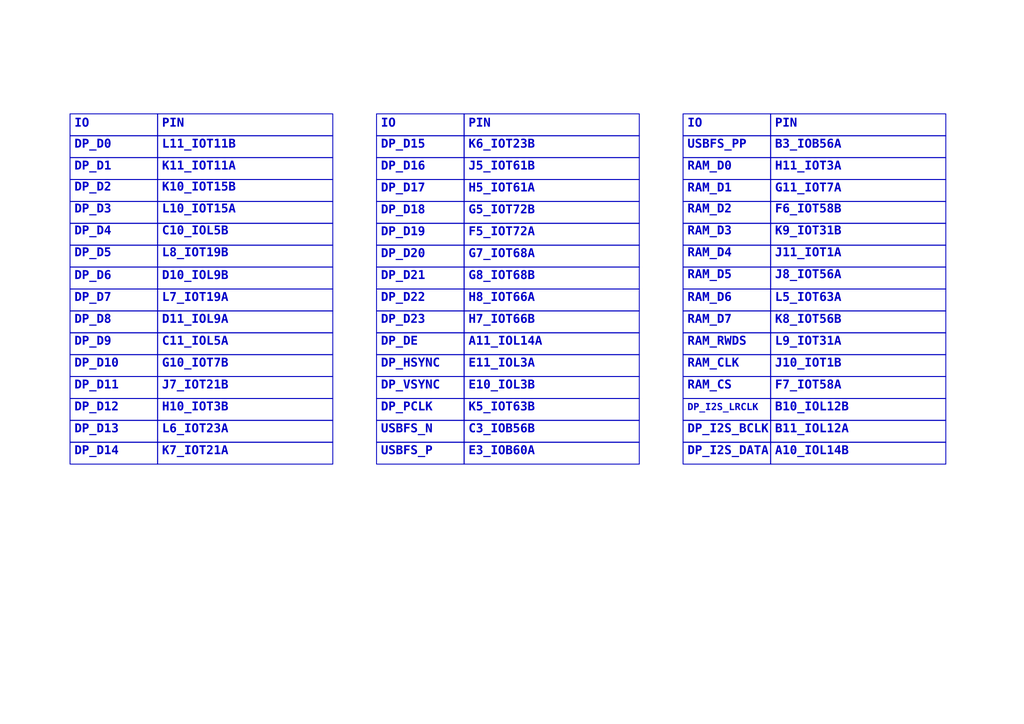
<source format=kicad_sch>
(kicad_sch
	(version 20250114)
	(generator "eeschema")
	(generator_version "9.0")
	(uuid "726e9e69-8303-4e09-9793-6179b04336f6")
	(paper "A4")
	(lib_symbols)
	(rectangle
		(start 20.32 77.47)
		(end 45.72 83.82)
		(stroke
			(width 0.254)
			(type default)
		)
		(fill
			(type none)
		)
		(uuid 08a29c31-3bbb-489e-8697-2be7403f35e3)
	)
	(rectangle
		(start 198.12 109.22)
		(end 223.52 115.57)
		(stroke
			(width 0.254)
			(type default)
		)
		(fill
			(type none)
		)
		(uuid 0a15c2bc-dede-465b-9eb9-96af1edb25b3)
	)
	(rectangle
		(start 109.22 52.07)
		(end 134.62 58.42)
		(stroke
			(width 0.254)
			(type default)
		)
		(fill
			(type none)
		)
		(uuid 0bc155e4-e17a-47f3-8fa5-ddc8bad00208)
	)
	(rectangle
		(start 198.12 90.17)
		(end 223.52 96.52)
		(stroke
			(width 0.254)
			(type default)
		)
		(fill
			(type none)
		)
		(uuid 0d3d9011-1f72-4435-813b-fb177d0eb442)
	)
	(rectangle
		(start 134.62 128.27)
		(end 185.42 134.62)
		(stroke
			(width 0.254)
			(type default)
		)
		(fill
			(type none)
		)
		(uuid 0d57f41c-0e04-47e1-89f4-e65349c08b7c)
	)
	(rectangle
		(start 198.12 102.87)
		(end 223.52 109.22)
		(stroke
			(width 0.254)
			(type default)
		)
		(fill
			(type none)
		)
		(uuid 11b09cb0-025d-4bc0-840e-6292ccbf37da)
	)
	(rectangle
		(start 223.52 52.07)
		(end 274.32 58.42)
		(stroke
			(width 0.254)
			(type default)
		)
		(fill
			(type none)
		)
		(uuid 151f9f8b-a846-4296-9513-dd2447ccaf4f)
	)
	(rectangle
		(start 198.12 64.77)
		(end 223.52 71.12)
		(stroke
			(width 0.254)
			(type default)
		)
		(fill
			(type none)
		)
		(uuid 1522ef9c-98ba-4b7c-a96a-061637fdef0a)
	)
	(rectangle
		(start 223.52 39.37)
		(end 274.32 45.72)
		(stroke
			(width 0.254)
			(type default)
		)
		(fill
			(type none)
		)
		(uuid 1638b9cc-86ef-4d8b-ae33-cac378de8c50)
	)
	(rectangle
		(start 109.22 115.57)
		(end 134.62 121.92)
		(stroke
			(width 0.254)
			(type default)
		)
		(fill
			(type none)
		)
		(uuid 1a286945-c719-4313-b2da-5c83a1e064ec)
	)
	(rectangle
		(start 198.12 115.57)
		(end 223.52 121.92)
		(stroke
			(width 0.254)
			(type default)
		)
		(fill
			(type none)
		)
		(uuid 1ad544e6-281c-4a0e-af07-08535154da2b)
	)
	(rectangle
		(start 109.22 128.27)
		(end 134.62 134.62)
		(stroke
			(width 0.254)
			(type default)
		)
		(fill
			(type none)
		)
		(uuid 1d31f49e-c257-44f4-a399-f69411e64e15)
	)
	(rectangle
		(start 20.32 115.57)
		(end 45.72 121.92)
		(stroke
			(width 0.254)
			(type default)
		)
		(fill
			(type none)
		)
		(uuid 1f54b4b5-1272-4179-b354-777d8f54accf)
	)
	(rectangle
		(start 223.52 33.02)
		(end 274.32 39.37)
		(stroke
			(width 0.254)
			(type default)
		)
		(fill
			(type none)
		)
		(uuid 28ca3619-a4f2-4990-9b0d-f5abc701e932)
	)
	(rectangle
		(start 20.32 96.52)
		(end 45.72 102.87)
		(stroke
			(width 0.254)
			(type default)
		)
		(fill
			(type none)
		)
		(uuid 2d8d6298-577e-4cbb-9d93-3f9f0a7ace9e)
	)
	(rectangle
		(start 20.32 45.72)
		(end 45.72 52.07)
		(stroke
			(width 0.254)
			(type default)
		)
		(fill
			(type none)
		)
		(uuid 31d45ca9-6516-4442-bc5a-c67e607bd18f)
	)
	(rectangle
		(start 223.52 71.12)
		(end 274.32 77.47)
		(stroke
			(width 0.254)
			(type default)
		)
		(fill
			(type none)
		)
		(uuid 33e43c15-fe07-4879-901f-fa9190612b8f)
	)
	(rectangle
		(start 223.52 128.27)
		(end 274.32 134.62)
		(stroke
			(width 0.254)
			(type default)
		)
		(fill
			(type none)
		)
		(uuid 3704d439-526b-49fd-a3e0-9725aab7fc3c)
	)
	(rectangle
		(start 109.22 64.77)
		(end 134.62 71.12)
		(stroke
			(width 0.254)
			(type default)
		)
		(fill
			(type none)
		)
		(uuid 3f2b7f9c-dcac-4c23-a843-ec40cfb5d0bd)
	)
	(rectangle
		(start 198.12 45.72)
		(end 223.52 52.07)
		(stroke
			(width 0.254)
			(type default)
		)
		(fill
			(type none)
		)
		(uuid 40c1111f-c682-45b1-a2ae-a14836d4a1fc)
	)
	(rectangle
		(start 134.62 83.82)
		(end 185.42 90.17)
		(stroke
			(width 0.254)
			(type default)
		)
		(fill
			(type none)
		)
		(uuid 418371d2-1cd0-4e8a-a344-1dc79c860d96)
	)
	(rectangle
		(start 109.22 45.72)
		(end 134.62 52.07)
		(stroke
			(width 0.254)
			(type default)
		)
		(fill
			(type none)
		)
		(uuid 437a46e3-d457-49e2-850c-9601a7f71518)
	)
	(rectangle
		(start 20.32 102.87)
		(end 45.72 109.22)
		(stroke
			(width 0.254)
			(type default)
		)
		(fill
			(type none)
		)
		(uuid 47cc7842-c06b-48dd-b72b-a626d477f9c6)
	)
	(rectangle
		(start 20.32 58.42)
		(end 45.72 64.77)
		(stroke
			(width 0.254)
			(type default)
		)
		(fill
			(type none)
		)
		(uuid 491180cf-9066-4aab-8ef2-153a734ddc60)
	)
	(rectangle
		(start 223.52 83.82)
		(end 274.32 90.17)
		(stroke
			(width 0.254)
			(type default)
		)
		(fill
			(type none)
		)
		(uuid 4a1036a3-15cd-46ba-8862-2234a4a20551)
	)
	(rectangle
		(start 198.12 83.82)
		(end 223.52 90.17)
		(stroke
			(width 0.254)
			(type default)
		)
		(fill
			(type none)
		)
		(uuid 4aef1877-9921-4446-a49a-a040c69b51e4)
	)
	(rectangle
		(start 45.72 64.77)
		(end 96.52 71.12)
		(stroke
			(width 0.254)
			(type default)
		)
		(fill
			(type none)
		)
		(uuid 4ecafdba-4726-43e3-894d-2bf7f5981927)
	)
	(rectangle
		(start 134.62 71.12)
		(end 185.42 77.47)
		(stroke
			(width 0.254)
			(type default)
		)
		(fill
			(type none)
		)
		(uuid 4f7245e1-a6bb-4cf0-9673-ffbf6c7acdc2)
	)
	(rectangle
		(start 223.52 115.57)
		(end 274.32 121.92)
		(stroke
			(width 0.254)
			(type default)
		)
		(fill
			(type none)
		)
		(uuid 52492d8e-311f-4f14-95bf-b5b174a09b74)
	)
	(rectangle
		(start 109.22 83.82)
		(end 134.62 90.17)
		(stroke
			(width 0.254)
			(type default)
		)
		(fill
			(type none)
		)
		(uuid 5980a141-c194-46f7-bbad-94e3f802bf0b)
	)
	(rectangle
		(start 134.62 115.57)
		(end 185.42 121.92)
		(stroke
			(width 0.254)
			(type default)
		)
		(fill
			(type none)
		)
		(uuid 5b33561d-bb76-4fcf-95f2-ea971b98bb96)
	)
	(rectangle
		(start 198.12 77.47)
		(end 223.52 83.82)
		(stroke
			(width 0.254)
			(type default)
		)
		(fill
			(type none)
		)
		(uuid 5c38886b-fde7-4050-b2f8-bf2c66eef1f4)
	)
	(rectangle
		(start 45.72 52.07)
		(end 96.52 58.42)
		(stroke
			(width 0.254)
			(type default)
		)
		(fill
			(type none)
		)
		(uuid 5cfc01ba-011f-41e5-bad7-dee5fed1786d)
	)
	(rectangle
		(start 223.52 96.52)
		(end 274.32 102.87)
		(stroke
			(width 0.254)
			(type default)
		)
		(fill
			(type none)
		)
		(uuid 66145700-56e7-47df-a874-a2eac808bdc5)
	)
	(rectangle
		(start 134.62 39.37)
		(end 185.42 45.72)
		(stroke
			(width 0.254)
			(type default)
		)
		(fill
			(type none)
		)
		(uuid 6a0bd649-7511-4a80-bb45-898b90a7edc4)
	)
	(rectangle
		(start 134.62 52.07)
		(end 185.42 58.42)
		(stroke
			(width 0.254)
			(type default)
		)
		(fill
			(type none)
		)
		(uuid 6e4aa7ea-66d3-4de6-81d5-715277230713)
	)
	(rectangle
		(start 20.32 109.22)
		(end 45.72 115.57)
		(stroke
			(width 0.254)
			(type default)
		)
		(fill
			(type none)
		)
		(uuid 72ad7d9b-b10b-4fa5-b2b2-6860cc6739ff)
	)
	(rectangle
		(start 45.72 58.42)
		(end 96.52 64.77)
		(stroke
			(width 0.254)
			(type default)
		)
		(fill
			(type none)
		)
		(uuid 73d7d4f8-70f6-46b6-9a85-c36f42829a63)
	)
	(rectangle
		(start 223.52 109.22)
		(end 274.32 115.57)
		(stroke
			(width 0.254)
			(type default)
		)
		(fill
			(type none)
		)
		(uuid 7747535b-3db7-4d89-ac8d-dde516d1551d)
	)
	(rectangle
		(start 134.62 58.42)
		(end 185.42 64.77)
		(stroke
			(width 0.254)
			(type default)
		)
		(fill
			(type none)
		)
		(uuid 7a4245f3-260c-4cab-8d0f-3761d7f9dc16)
	)
	(rectangle
		(start 223.52 77.47)
		(end 274.32 83.82)
		(stroke
			(width 0.254)
			(type default)
		)
		(fill
			(type none)
		)
		(uuid 7aa2fedf-341d-4901-a67a-4bfaef64230d)
	)
	(rectangle
		(start 20.32 64.77)
		(end 45.72 71.12)
		(stroke
			(width 0.254)
			(type default)
		)
		(fill
			(type none)
		)
		(uuid 7b5305ed-d0f8-48a0-a693-a46583f47704)
	)
	(rectangle
		(start 109.22 109.22)
		(end 134.62 115.57)
		(stroke
			(width 0.254)
			(type default)
		)
		(fill
			(type none)
		)
		(uuid 80c819ab-8628-473d-b1cc-04d231f0c71b)
	)
	(rectangle
		(start 198.12 71.12)
		(end 223.52 77.47)
		(stroke
			(width 0.254)
			(type default)
		)
		(fill
			(type none)
		)
		(uuid 84ebeebe-3db7-46ca-855d-0b1bbf327b26)
	)
	(rectangle
		(start 20.32 71.12)
		(end 45.72 77.47)
		(stroke
			(width 0.254)
			(type default)
		)
		(fill
			(type none)
		)
		(uuid 86f1358b-cf94-4916-adfe-e6b1d646cea8)
	)
	(rectangle
		(start 20.32 128.27)
		(end 45.72 134.62)
		(stroke
			(width 0.254)
			(type default)
		)
		(fill
			(type none)
		)
		(uuid 89f53f77-a7e7-4e49-b682-ce5e8e38d1db)
	)
	(rectangle
		(start 20.32 33.02)
		(end 45.72 39.37)
		(stroke
			(width 0.254)
			(type default)
		)
		(fill
			(type none)
		)
		(uuid 8a955181-13bf-4e6a-a907-17b2ad80f5e2)
	)
	(rectangle
		(start 45.72 33.02)
		(end 96.52 39.37)
		(stroke
			(width 0.254)
			(type default)
		)
		(fill
			(type none)
		)
		(uuid 958fd669-6232-4cc9-9240-6b048f3d4ca0)
	)
	(rectangle
		(start 223.52 121.92)
		(end 274.32 128.27)
		(stroke
			(width 0.254)
			(type default)
		)
		(fill
			(type none)
		)
		(uuid 9678a3e3-b38e-4f81-8eb4-b3e0d9005ea7)
	)
	(rectangle
		(start 109.22 39.37)
		(end 134.62 45.72)
		(stroke
			(width 0.254)
			(type default)
		)
		(fill
			(type none)
		)
		(uuid 9724a54f-03fe-4b73-bfad-0cd61c5a6021)
	)
	(rectangle
		(start 134.62 33.02)
		(end 185.42 39.37)
		(stroke
			(width 0.254)
			(type default)
		)
		(fill
			(type none)
		)
		(uuid 9bf173aa-9e9a-49f8-a5b2-c9ae21643348)
	)
	(rectangle
		(start 20.32 121.92)
		(end 45.72 128.27)
		(stroke
			(width 0.254)
			(type default)
		)
		(fill
			(type none)
		)
		(uuid 9cef45cb-c93e-4ac8-a633-84f6b4881d02)
	)
	(rectangle
		(start 134.62 102.87)
		(end 185.42 109.22)
		(stroke
			(width 0.254)
			(type default)
		)
		(fill
			(type none)
		)
		(uuid 9ed79d16-e3c5-46af-b0cc-b8364850d5fa)
	)
	(rectangle
		(start 20.32 52.07)
		(end 45.72 58.42)
		(stroke
			(width 0.254)
			(type default)
		)
		(fill
			(type none)
		)
		(uuid a1bcccc0-915c-43dc-a123-b8d0417ad81a)
	)
	(rectangle
		(start 20.32 83.82)
		(end 45.72 90.17)
		(stroke
			(width 0.254)
			(type default)
		)
		(fill
			(type none)
		)
		(uuid a30bba7f-7377-4614-a475-ad30ea2edf80)
	)
	(rectangle
		(start 45.72 96.52)
		(end 96.52 102.87)
		(stroke
			(width 0.254)
			(type default)
		)
		(fill
			(type none)
		)
		(uuid a6109cd6-4f73-4992-8860-354af3625298)
	)
	(rectangle
		(start 45.72 102.87)
		(end 96.52 109.22)
		(stroke
			(width 0.254)
			(type default)
		)
		(fill
			(type none)
		)
		(uuid a6c2911e-0267-4c02-a09a-af9be468b8cf)
	)
	(rectangle
		(start 109.22 96.52)
		(end 134.62 102.87)
		(stroke
			(width 0.254)
			(type default)
		)
		(fill
			(type none)
		)
		(uuid a7564b25-27cf-426c-9125-1453815b49f1)
	)
	(rectangle
		(start 198.12 128.27)
		(end 223.52 134.62)
		(stroke
			(width 0.254)
			(type default)
		)
		(fill
			(type none)
		)
		(uuid aac6fcc9-b3d0-4257-bfea-1eea06dc4f23)
	)
	(rectangle
		(start 223.52 90.17)
		(end 274.32 96.52)
		(stroke
			(width 0.254)
			(type default)
		)
		(fill
			(type none)
		)
		(uuid b6461e48-ebcd-4a0c-ac59-dcfcdd49cc2e)
	)
	(rectangle
		(start 20.32 90.17)
		(end 45.72 96.52)
		(stroke
			(width 0.254)
			(type default)
		)
		(fill
			(type none)
		)
		(uuid b7a35a37-0069-42c0-b738-718064e01b36)
	)
	(rectangle
		(start 134.62 64.77)
		(end 185.42 71.12)
		(stroke
			(width 0.254)
			(type default)
		)
		(fill
			(type none)
		)
		(uuid b82b3a0d-ad51-4a24-80da-627cfd84f756)
	)
	(rectangle
		(start 134.62 109.22)
		(end 185.42 115.57)
		(stroke
			(width 0.254)
			(type default)
		)
		(fill
			(type none)
		)
		(uuid ba45efab-def9-49cb-80a0-480c68c29f0c)
	)
	(rectangle
		(start 45.72 71.12)
		(end 96.52 77.47)
		(stroke
			(width 0.254)
			(type default)
		)
		(fill
			(type none)
		)
		(uuid bc17a9ac-8896-4785-8771-b3305dd0d2e5)
	)
	(rectangle
		(start 45.72 39.37)
		(end 96.52 45.72)
		(stroke
			(width 0.254)
			(type default)
		)
		(fill
			(type none)
		)
		(uuid c0e3a346-e8a2-4e8a-ad06-bf758daa500e)
	)
	(rectangle
		(start 109.22 71.12)
		(end 134.62 77.47)
		(stroke
			(width 0.254)
			(type default)
		)
		(fill
			(type none)
		)
		(uuid c2a027ab-1417-4ba3-95e2-2832b4c479c2)
	)
	(rectangle
		(start 45.72 45.72)
		(end 96.52 52.07)
		(stroke
			(width 0.254)
			(type default)
		)
		(fill
			(type none)
		)
		(uuid c3b802b7-fda7-44b6-9f29-64f76abf4430)
	)
	(rectangle
		(start 109.22 90.17)
		(end 134.62 96.52)
		(stroke
			(width 0.254)
			(type default)
		)
		(fill
			(type none)
		)
		(uuid c6357ece-0e8c-4c73-b71d-cb6b817096d6)
	)
	(rectangle
		(start 109.22 121.92)
		(end 134.62 128.27)
		(stroke
			(width 0.254)
			(type default)
		)
		(fill
			(type none)
		)
		(uuid c6775d96-d840-4d4f-9b43-a3f5722702e9)
	)
	(rectangle
		(start 20.32 39.37)
		(end 45.72 45.72)
		(stroke
			(width 0.254)
			(type default)
		)
		(fill
			(type none)
		)
		(uuid c74c4fb5-4326-45a0-9bce-4e9f94bee1b6)
	)
	(rectangle
		(start 134.62 77.47)
		(end 185.42 83.82)
		(stroke
			(width 0.254)
			(type default)
		)
		(fill
			(type none)
		)
		(uuid c938c33d-9b52-4f7d-ac94-803c02186563)
	)
	(rectangle
		(start 134.62 90.17)
		(end 185.42 96.52)
		(stroke
			(width 0.254)
			(type default)
		)
		(fill
			(type none)
		)
		(uuid cb445023-2190-4832-a4c3-38f737060b21)
	)
	(rectangle
		(start 45.72 109.22)
		(end 96.52 115.57)
		(stroke
			(width 0.254)
			(type default)
		)
		(fill
			(type none)
		)
		(uuid cd39b9cb-f4af-462e-a7e8-86610f5d3e3e)
	)
	(rectangle
		(start 134.62 45.72)
		(end 185.42 52.07)
		(stroke
			(width 0.254)
			(type default)
		)
		(fill
			(type none)
		)
		(uuid cf1bd372-2d02-45ce-9b90-eaa195bd5125)
	)
	(rectangle
		(start 198.12 33.02)
		(end 223.52 39.37)
		(stroke
			(width 0.254)
			(type default)
		)
		(fill
			(type none)
		)
		(uuid cf7f97d9-eeaf-4a83-938e-9a693c65185d)
	)
	(rectangle
		(start 223.52 58.42)
		(end 274.32 64.77)
		(stroke
			(width 0.254)
			(type default)
		)
		(fill
			(type none)
		)
		(uuid d2ccae61-8ebb-4b68-950a-59402f743f2a)
	)
	(rectangle
		(start 45.72 121.92)
		(end 96.52 128.27)
		(stroke
			(width 0.254)
			(type default)
		)
		(fill
			(type none)
		)
		(uuid d76087fb-5615-4552-8a9a-42035170759f)
	)
	(rectangle
		(start 109.22 77.47)
		(end 134.62 83.82)
		(stroke
			(width 0.254)
			(type default)
		)
		(fill
			(type none)
		)
		(uuid ddab6eff-190a-4575-b148-6af77fb859dd)
	)
	(rectangle
		(start 109.22 102.87)
		(end 134.62 109.22)
		(stroke
			(width 0.254)
			(type default)
		)
		(fill
			(type none)
		)
		(uuid dddb2692-6cad-43ef-a507-98da93954072)
	)
	(rectangle
		(start 45.72 115.57)
		(end 96.52 121.92)
		(stroke
			(width 0.254)
			(type default)
		)
		(fill
			(type none)
		)
		(uuid de4292f5-607e-49c1-8f96-1be95eecbbee)
	)
	(rectangle
		(start 134.62 96.52)
		(end 185.42 102.87)
		(stroke
			(width 0.254)
			(type default)
		)
		(fill
			(type none)
		)
		(uuid e2693ead-b3cb-43b1-8eef-40414d30d8a9)
	)
	(rectangle
		(start 198.12 52.07)
		(end 223.52 58.42)
		(stroke
			(width 0.254)
			(type default)
		)
		(fill
			(type none)
		)
		(uuid e27212af-8cbf-4ab5-84fa-7ec6cf336f49)
	)
	(rectangle
		(start 198.12 121.92)
		(end 223.52 128.27)
		(stroke
			(width 0.254)
			(type default)
		)
		(fill
			(type none)
		)
		(uuid e369358e-b3b6-4a83-9fac-0e593a37a561)
	)
	(rectangle
		(start 45.72 77.47)
		(end 96.52 83.82)
		(stroke
			(width 0.254)
			(type default)
		)
		(fill
			(type none)
		)
		(uuid e8087059-8d15-4871-9b10-baa6351cd053)
	)
	(rectangle
		(start 198.12 58.42)
		(end 223.52 64.77)
		(stroke
			(width 0.254)
			(type default)
		)
		(fill
			(type none)
		)
		(uuid ea26a63a-aaf7-4610-b637-ccad8d17f2c4)
	)
	(rectangle
		(start 134.62 121.92)
		(end 185.42 128.27)
		(stroke
			(width 0.254)
			(type default)
		)
		(fill
			(type none)
		)
		(uuid eea39f61-58ae-4b76-9722-767763e10a0c)
	)
	(rectangle
		(start 198.12 96.52)
		(end 223.52 102.87)
		(stroke
			(width 0.254)
			(type default)
		)
		(fill
			(type none)
		)
		(uuid ef109d67-bb8c-4309-ac08-0e0df300a09b)
	)
	(rectangle
		(start 109.22 33.02)
		(end 134.62 39.37)
		(stroke
			(width 0.254)
			(type default)
		)
		(fill
			(type none)
		)
		(uuid efa1df8c-0a76-42b5-bff7-37ed280340c1)
	)
	(rectangle
		(start 45.72 90.17)
		(end 96.52 96.52)
		(stroke
			(width 0.254)
			(type default)
		)
		(fill
			(type none)
		)
		(uuid efd5f7b5-9879-4dea-9f2a-32254f27b272)
	)
	(rectangle
		(start 223.52 64.77)
		(end 274.32 71.12)
		(stroke
			(width 0.254)
			(type default)
		)
		(fill
			(type none)
		)
		(uuid f255f939-7b7b-4bab-9cd6-4aa8ca0d6401)
	)
	(rectangle
		(start 198.12 39.37)
		(end 223.52 45.72)
		(stroke
			(width 0.254)
			(type default)
		)
		(fill
			(type none)
		)
		(uuid f2f17e45-70f5-4d59-90a3-e04361346d19)
	)
	(rectangle
		(start 223.52 45.72)
		(end 274.32 52.07)
		(stroke
			(width 0.254)
			(type default)
		)
		(fill
			(type none)
		)
		(uuid f3d75b55-784b-49ae-81bb-bb0503fd5856)
	)
	(rectangle
		(start 45.72 83.82)
		(end 96.52 90.17)
		(stroke
			(width 0.254)
			(type default)
		)
		(fill
			(type none)
		)
		(uuid f6175657-ac84-4824-bbbc-7d7bfcefdd9d)
	)
	(rectangle
		(start 45.72 128.27)
		(end 96.52 134.62)
		(stroke
			(width 0.254)
			(type default)
		)
		(fill
			(type none)
		)
		(uuid f696004b-9fe2-4073-b91e-cf123448bb9d)
	)
	(rectangle
		(start 109.22 58.42)
		(end 134.62 64.77)
		(stroke
			(width 0.254)
			(type default)
		)
		(fill
			(type none)
		)
		(uuid fbe6b0e3-594d-4407-8488-7727c92d1f2e)
	)
	(rectangle
		(start 223.52 102.87)
		(end 274.32 109.22)
		(stroke
			(width 0.254)
			(type default)
		)
		(fill
			(type none)
		)
		(uuid fd646aab-1811-4fc5-aae1-7dfc298fecfb)
	)
	(text "L7_IOT19A"
		(exclude_from_sim no)
		(at 46.99 87.122 0)
		(effects
			(font
				(face "Courier New")
				(size 2.54 2.54)
				(thickness 0.508)
				(bold yes)
			)
			(justify left)
		)
		(uuid "01068f36-3d28-469a-8287-d54beeec95dd")
	)
	(text "USBFS_N"
		(exclude_from_sim no)
		(at 110.49 125.222 0)
		(effects
			(font
				(face "Courier New")
				(size 2.54 2.54)
				(thickness 0.508)
				(bold yes)
			)
			(justify left)
		)
		(uuid "03c8ba15-cd4f-4ec3-b732-cfe08111710a")
	)
	(text "DP_I2S_DATA"
		(exclude_from_sim no)
		(at 199.39 131.572 0)
		(effects
			(font
				(face "Courier New")
				(size 2.54 2.54)
				(thickness 0.508)
				(bold yes)
			)
			(justify left)
		)
		(uuid "0603aabe-0cd6-4a70-8a49-f618ceb1b3b5")
	)
	(text "H7_IOT66B"
		(exclude_from_sim no)
		(at 135.89 93.472 0)
		(effects
			(font
				(face "Courier New")
				(size 2.54 2.54)
				(thickness 0.508)
				(bold yes)
			)
			(justify left)
		)
		(uuid "06d3d1a7-7e64-4612-8f8d-6180dc7640b2")
	)
	(text "DP_D9"
		(exclude_from_sim no)
		(at 21.59 99.822 0)
		(effects
			(font
				(face "Courier New")
				(size 2.54 2.54)
				(thickness 0.508)
				(bold yes)
			)
			(justify left)
		)
		(uuid "07c3b0d0-a03a-4a29-b32f-6a9a40e06544")
	)
	(text "L6_IOT23A"
		(exclude_from_sim no)
		(at 46.99 125.222 0)
		(effects
			(font
				(face "Courier New")
				(size 2.54 2.54)
				(thickness 0.508)
				(bold yes)
			)
			(justify left)
		)
		(uuid "0b3f9d88-d7ab-451b-bd25-357adcc35e51")
	)
	(text "RAM_CLK"
		(exclude_from_sim no)
		(at 199.39 106.172 0)
		(effects
			(font
				(face "Courier New")
				(size 2.54 2.54)
				(thickness 0.508)
				(bold yes)
			)
			(justify left)
		)
		(uuid "0ba3642f-c4dc-43e7-bfad-bb6a1dc1182e")
	)
	(text "IO"
		(exclude_from_sim no)
		(at 110.49 36.576 0)
		(effects
			(font
				(face "Courier New")
				(size 2.54 2.54)
				(thickness 0.254)
				(bold yes)
			)
			(justify left)
		)
		(uuid "0c226fed-0bf8-4595-b046-974c8bdced43")
	)
	(text "RAM_D4"
		(exclude_from_sim no)
		(at 199.39 74.168 0)
		(effects
			(font
				(face "Courier New")
				(size 2.54 2.54)
				(thickness 0.508)
				(bold yes)
			)
			(justify left)
		)
		(uuid "11e7e6b4-d668-4737-a134-6de25ade979b")
	)
	(text "G10_IOT7B"
		(exclude_from_sim no)
		(at 46.99 106.172 0)
		(effects
			(font
				(face "Courier New")
				(size 2.54 2.54)
				(thickness 0.508)
				(bold yes)
			)
			(justify left)
		)
		(uuid "14c00265-7937-44bd-a11d-718c43666ba0")
	)
	(text "H5_IOT61A"
		(exclude_from_sim no)
		(at 135.89 55.372 0)
		(effects
			(font
				(face "Courier New")
				(size 2.54 2.54)
				(thickness 0.508)
				(bold yes)
			)
			(justify left)
		)
		(uuid "15f08184-dc2b-469c-81e1-948cb692538b")
	)
	(text "DP_D20"
		(exclude_from_sim no)
		(at 110.49 74.422 0)
		(effects
			(font
				(face "Courier New")
				(size 2.54 2.54)
				(thickness 0.508)
				(bold yes)
			)
			(justify left)
		)
		(uuid "16162c74-297e-4fc2-9819-963976f4540c")
	)
	(text "RAM_D6"
		(exclude_from_sim no)
		(at 199.39 87.122 0)
		(effects
			(font
				(face "Courier New")
				(size 2.54 2.54)
				(thickness 0.508)
				(bold yes)
			)
			(justify left)
		)
		(uuid "1859a6f9-468b-412e-b16a-3cd065e4761e")
	)
	(text "DP_D1"
		(exclude_from_sim no)
		(at 21.59 49.022 0)
		(effects
			(font
				(face "Courier New")
				(size 2.54 2.54)
				(thickness 0.508)
				(bold yes)
			)
			(justify left)
		)
		(uuid "188afcf1-722c-4bb4-b381-bec81c0c1b24")
	)
	(text "G8_IOT68B"
		(exclude_from_sim no)
		(at 135.89 80.772 0)
		(effects
			(font
				(face "Courier New")
				(size 2.54 2.54)
				(thickness 0.508)
				(bold yes)
			)
			(justify left)
		)
		(uuid "1919bf7d-9b62-4266-9d03-7d09eb99ef04")
	)
	(text "RAM_RWDS"
		(exclude_from_sim no)
		(at 199.39 99.822 0)
		(effects
			(font
				(face "Courier New")
				(size 2.54 2.54)
				(thickness 0.508)
				(bold yes)
			)
			(justify left)
		)
		(uuid "195fd287-0162-4fde-a585-11d5536acd29")
	)
	(text "DP_D18"
		(exclude_from_sim no)
		(at 110.49 61.722 0)
		(effects
			(font
				(face "Courier New")
				(size 2.54 2.54)
				(thickness 0.508)
				(bold yes)
			)
			(justify left)
		)
		(uuid "1ebd3da1-a231-4813-80da-31292756ba04")
	)
	(text "PIN"
		(exclude_from_sim no)
		(at 224.79 36.576 0)
		(effects
			(font
				(face "Courier New")
				(size 2.54 2.54)
				(thickness 0.254)
				(bold yes)
			)
			(justify left)
		)
		(uuid "231de248-b9e9-4796-8bba-7ab1a12942dc")
	)
	(text "K7_IOT21A"
		(exclude_from_sim no)
		(at 46.99 131.572 0)
		(effects
			(font
				(face "Courier New")
				(size 2.54 2.54)
				(thickness 0.508)
				(bold yes)
			)
			(justify left)
		)
		(uuid "2c1bd6a1-ec27-4965-8775-fd2289a7e98a")
	)
	(text "DP_D0"
		(exclude_from_sim no)
		(at 21.59 42.672 0)
		(effects
			(font
				(face "Courier New")
				(size 2.54 2.54)
				(thickness 0.508)
				(bold yes)
			)
			(justify left)
		)
		(uuid "2c551036-e499-422f-b904-f7a6b68673d8")
	)
	(text "DP_D6"
		(exclude_from_sim no)
		(at 21.59 80.772 0)
		(effects
			(font
				(face "Courier New")
				(size 2.54 2.54)
				(thickness 0.508)
				(bold yes)
			)
			(justify left)
		)
		(uuid "2f89f701-a20e-4d48-a846-4339784b2c05")
	)
	(text "DP_D14"
		(exclude_from_sim no)
		(at 21.59 131.572 0)
		(effects
			(font
				(face "Courier New")
				(size 2.54 2.54)
				(thickness 0.508)
				(bold yes)
			)
			(justify left)
		)
		(uuid "34a4b930-cf87-4187-b6fb-18c22af8c370")
	)
	(text "USBFS_PP"
		(exclude_from_sim no)
		(at 199.39 42.672 0)
		(effects
			(font
				(face "Courier New")
				(size 2.54 2.54)
				(thickness 0.508)
				(bold yes)
			)
			(justify left)
		)
		(uuid "358cbccf-d10f-4b4d-b704-f28c652fa277")
	)
	(text "RAM_CS"
		(exclude_from_sim no)
		(at 199.39 112.522 0)
		(effects
			(font
				(face "Courier New")
				(size 2.54 2.54)
				(thickness 0.508)
				(bold yes)
			)
			(justify left)
		)
		(uuid "42a10c2a-8052-4f6b-932e-fa51b1f1b991")
	)
	(text "H10_IOT3B"
		(exclude_from_sim no)
		(at 46.99 118.872 0)
		(effects
			(font
				(face "Courier New")
				(size 2.54 2.54)
				(thickness 0.508)
				(bold yes)
			)
			(justify left)
		)
		(uuid "43cb1dc9-5fb3-4a00-81c5-fd3d1c2f13f6")
	)
	(text "DP_D10"
		(exclude_from_sim no)
		(at 21.59 106.172 0)
		(effects
			(font
				(face "Courier New")
				(size 2.54 2.54)
				(thickness 0.508)
				(bold yes)
			)
			(justify left)
		)
		(uuid "473b334a-4d6d-424e-b022-e7e83d5954ea")
	)
	(text "B3_IOB56A"
		(exclude_from_sim no)
		(at 224.79 42.672 0)
		(effects
			(font
				(face "Courier New")
				(size 2.54 2.54)
				(thickness 0.508)
				(bold yes)
			)
			(justify left)
		)
		(uuid "4807136d-c4bd-4b1a-9b3d-321e1c41ae13")
	)
	(text "L5_IOT63A"
		(exclude_from_sim no)
		(at 224.79 87.122 0)
		(effects
			(font
				(face "Courier New")
				(size 2.54 2.54)
				(thickness 0.508)
				(bold yes)
			)
			(justify left)
		)
		(uuid "48521955-82db-435c-88fc-21bd5e2cffb4")
	)
	(text "B10_IOL12B"
		(exclude_from_sim no)
		(at 224.79 118.872 0)
		(effects
			(font
				(face "Courier New")
				(size 2.54 2.54)
				(thickness 0.508)
				(bold yes)
			)
			(justify left)
		)
		(uuid "4a70a4a2-4b03-45ea-9c73-1f943ee371e1")
	)
	(text "G11_IOT7A"
		(exclude_from_sim no)
		(at 224.79 55.372 0)
		(effects
			(font
				(face "Courier New")
				(size 2.54 2.54)
				(thickness 0.508)
				(bold yes)
			)
			(justify left)
		)
		(uuid "4ae69c93-5e4a-47e9-a29b-05b4106b6796")
	)
	(text "DP_D16"
		(exclude_from_sim no)
		(at 110.49 49.022 0)
		(effects
			(font
				(face "Courier New")
				(size 2.54 2.54)
				(thickness 0.508)
				(bold yes)
			)
			(justify left)
		)
		(uuid "4dab2a27-632b-4e51-bf4b-a3629918b262")
	)
	(text "F5_IOT72A"
		(exclude_from_sim no)
		(at 135.89 68.072 0)
		(effects
			(font
				(face "Courier New")
				(size 2.54 2.54)
				(thickness 0.508)
				(bold yes)
			)
			(justify left)
		)
		(uuid "4dd8bca4-247d-4733-a331-35a00d2d2e48")
	)
	(text "DP_HSYNC"
		(exclude_from_sim no)
		(at 110.49 106.172 0)
		(effects
			(font
				(face "Courier New")
				(size 2.54 2.54)
				(thickness 0.508)
				(bold yes)
			)
			(justify left)
		)
		(uuid "4f92d3cf-f0bb-4dac-9120-ddcc8059e891")
	)
	(text "L9_IOT31A"
		(exclude_from_sim no)
		(at 224.79 99.822 0)
		(effects
			(font
				(face "Courier New")
				(size 2.54 2.54)
				(thickness 0.508)
				(bold yes)
			)
			(justify left)
		)
		(uuid "52ba4698-8ea3-4bc4-bcf5-d3a0a45c8abe")
	)
	(text "IO"
		(exclude_from_sim no)
		(at 21.59 36.576 0)
		(effects
			(font
				(face "Courier New")
				(size 2.54 2.54)
				(thickness 0.254)
				(bold yes)
			)
			(justify left)
		)
		(uuid "5320d513-28ab-463b-b1f2-163fc10e1041")
	)
	(text "DP_D4"
		(exclude_from_sim no)
		(at 21.59 67.818 0)
		(effects
			(font
				(face "Courier New")
				(size 2.54 2.54)
				(thickness 0.508)
				(bold yes)
			)
			(justify left)
		)
		(uuid "549e02ce-7c2f-42ab-ad11-2071b07bc607")
	)
	(text "RAM_D0"
		(exclude_from_sim no)
		(at 199.39 49.022 0)
		(effects
			(font
				(face "Courier New")
				(size 2.54 2.54)
				(thickness 0.508)
				(bold yes)
			)
			(justify left)
		)
		(uuid "58a13d76-035d-4695-8155-05a221a803ea")
	)
	(text "RAM_D3"
		(exclude_from_sim no)
		(at 199.39 67.818 0)
		(effects
			(font
				(face "Courier New")
				(size 2.54 2.54)
				(thickness 0.508)
				(bold yes)
			)
			(justify left)
		)
		(uuid "5e5e5de2-8120-43b1-a2e4-c1a7b31c3856")
	)
	(text "C10_IOL5B"
		(exclude_from_sim no)
		(at 46.99 67.818 0)
		(effects
			(font
				(face "Courier New")
				(size 2.54 2.54)
				(thickness 0.508)
				(bold yes)
			)
			(justify left)
		)
		(uuid "6318a158-0d1a-4901-bc7b-f26aa30cb161")
	)
	(text "B11_IOL12A"
		(exclude_from_sim no)
		(at 224.79 125.222 0)
		(effects
			(font
				(face "Courier New")
				(size 2.54 2.54)
				(thickness 0.508)
				(bold yes)
			)
			(justify left)
		)
		(uuid "6460ab90-9cc4-4363-9dda-a831b1b4d5bf")
	)
	(text "H8_IOT66A"
		(exclude_from_sim no)
		(at 135.89 87.122 0)
		(effects
			(font
				(face "Courier New")
				(size 2.54 2.54)
				(thickness 0.508)
				(bold yes)
			)
			(justify left)
		)
		(uuid "69853e6c-da75-4fb4-b6d1-c0c56aa54553")
	)
	(text "J8_IOT56A"
		(exclude_from_sim no)
		(at 224.79 80.518 0)
		(effects
			(font
				(face "Courier New")
				(size 2.54 2.54)
				(thickness 0.508)
				(bold yes)
			)
			(justify left)
		)
		(uuid "6a7c0d5a-dda1-4efb-b87f-95ce0ea743a7")
	)
	(text "DP_D21"
		(exclude_from_sim no)
		(at 110.49 80.772 0)
		(effects
			(font
				(face "Courier New")
				(size 2.54 2.54)
				(thickness 0.508)
				(bold yes)
			)
			(justify left)
		)
		(uuid "6f36f89a-30f9-4d9a-8ee6-ad3417db7769")
	)
	(text "PIN"
		(exclude_from_sim no)
		(at 135.89 36.576 0)
		(effects
			(font
				(face "Courier New")
				(size 2.54 2.54)
				(thickness 0.254)
				(bold yes)
			)
			(justify left)
		)
		(uuid "70ebee13-d0a9-44bc-9270-6af544896a03")
	)
	(text "DP_D23"
		(exclude_from_sim no)
		(at 110.49 93.472 0)
		(effects
			(font
				(face "Courier New")
				(size 2.54 2.54)
				(thickness 0.508)
				(bold yes)
			)
			(justify left)
		)
		(uuid "723ddfd7-4384-44c5-96d9-ac234105f115")
	)
	(text "DP_D7"
		(exclude_from_sim no)
		(at 21.59 87.122 0)
		(effects
			(font
				(face "Courier New")
				(size 2.54 2.54)
				(thickness 0.508)
				(bold yes)
			)
			(justify left)
		)
		(uuid "7300fe5b-cad8-48ca-80bf-b9215d81e8e1")
	)
	(text "DP_I2S_LRCLK"
		(exclude_from_sim no)
		(at 199.39 118.872 0)
		(effects
			(font
				(face "Courier New")
				(size 2.032 2.032)
				(thickness 0.508)
				(bold yes)
			)
			(justify left)
		)
		(uuid "75737c2e-93e7-4de3-b421-dc56a3f5f817")
	)
	(text "E11_IOL3A"
		(exclude_from_sim no)
		(at 135.89 106.172 0)
		(effects
			(font
				(face "Courier New")
				(size 2.54 2.54)
				(thickness 0.508)
				(bold yes)
			)
			(justify left)
		)
		(uuid "7c0d275f-29f7-4ad5-a1e5-43f5a1122028")
	)
	(text "RAM_D5"
		(exclude_from_sim no)
		(at 199.39 80.518 0)
		(effects
			(font
				(face "Courier New")
				(size 2.54 2.54)
				(thickness 0.508)
				(bold yes)
			)
			(justify left)
		)
		(uuid "814fc455-7112-448e-9128-9740231bce45")
	)
	(text "DP_D3"
		(exclude_from_sim no)
		(at 21.59 61.468 0)
		(effects
			(font
				(face "Courier New")
				(size 2.54 2.54)
				(thickness 0.508)
				(bold yes)
			)
			(justify left)
		)
		(uuid "828391e4-d646-4e22-a778-b68c0cd03d7c")
	)
	(text "DP_D15"
		(exclude_from_sim no)
		(at 110.49 42.672 0)
		(effects
			(font
				(face "Courier New")
				(size 2.54 2.54)
				(thickness 0.508)
				(bold yes)
			)
			(justify left)
		)
		(uuid "84b84532-ae35-432a-8596-672a926f171c")
	)
	(text "A11_IOL14A"
		(exclude_from_sim no)
		(at 135.89 99.822 0)
		(effects
			(font
				(face "Courier New")
				(size 2.54 2.54)
				(thickness 0.508)
				(bold yes)
			)
			(justify left)
		)
		(uuid "88d25c2c-6909-4f1b-81a8-eca1ccd5ae68")
	)
	(text "DP_D8"
		(exclude_from_sim no)
		(at 21.59 93.472 0)
		(effects
			(font
				(face "Courier New")
				(size 2.54 2.54)
				(thickness 0.508)
				(bold yes)
			)
			(justify left)
		)
		(uuid "89b6f2c5-474c-4418-92ec-0f0932c352f2")
	)
	(text "K11_IOT11A"
		(exclude_from_sim no)
		(at 46.99 49.022 0)
		(effects
			(font
				(face "Courier New")
				(size 2.54 2.54)
				(thickness 0.508)
				(bold yes)
			)
			(justify left)
		)
		(uuid "8ccc2389-f27d-443c-b6b2-3ca5fbd4bc08")
	)
	(text "DP_D12"
		(exclude_from_sim no)
		(at 21.59 118.872 0)
		(effects
			(font
				(face "Courier New")
				(size 2.54 2.54)
				(thickness 0.508)
				(bold yes)
			)
			(justify left)
		)
		(uuid "8de69335-5bcc-4eeb-98ab-7b776651b073")
	)
	(text "PIN"
		(exclude_from_sim no)
		(at 46.99 36.576 0)
		(effects
			(font
				(face "Courier New")
				(size 2.54 2.54)
				(thickness 0.254)
				(bold yes)
			)
			(justify left)
		)
		(uuid "8e184560-bd69-4939-a227-9332d8aabb94")
	)
	(text "L10_IOT15A"
		(exclude_from_sim no)
		(at 46.99 61.468 0)
		(effects
			(font
				(face "Courier New")
				(size 2.54 2.54)
				(thickness 0.508)
				(bold yes)
			)
			(justify left)
		)
		(uuid "8f119bb8-5677-4ce3-b189-6568438832ba")
	)
	(text "DP_D2"
		(exclude_from_sim no)
		(at 21.59 55.118 0)
		(effects
			(font
				(face "Courier New")
				(size 2.54 2.54)
				(thickness 0.508)
				(bold yes)
			)
			(justify left)
		)
		(uuid "93df7b56-0e4a-44b2-bb4f-826346d64167")
	)
	(text "A10_IOL14B"
		(exclude_from_sim no)
		(at 224.79 131.572 0)
		(effects
			(font
				(face "Courier New")
				(size 2.54 2.54)
				(thickness 0.508)
				(bold yes)
			)
			(justify left)
		)
		(uuid "96dacdcf-0127-4364-957c-8bba43a70f54")
	)
	(text "G5_IOT72B"
		(exclude_from_sim no)
		(at 135.89 61.722 0)
		(effects
			(font
				(face "Courier New")
				(size 2.54 2.54)
				(thickness 0.508)
				(bold yes)
			)
			(justify left)
		)
		(uuid "9733c39f-5c5a-458b-8d75-b0244242d1ae")
	)
	(text "DP_I2S_BCLK"
		(exclude_from_sim no)
		(at 199.39 125.222 0)
		(effects
			(font
				(face "Courier New")
				(size 2.54 2.54)
				(thickness 0.508)
				(bold yes)
			)
			(justify left)
		)
		(uuid "9863ba24-c308-4b30-a3d3-915048825fab")
	)
	(text "J10_IOT1B"
		(exclude_from_sim no)
		(at 224.79 106.172 0)
		(effects
			(font
				(face "Courier New")
				(size 2.54 2.54)
				(thickness 0.508)
				(bold yes)
			)
			(justify left)
		)
		(uuid "9a007b80-4a67-43f0-a841-1a8299ea3e7c")
	)
	(text "IO"
		(exclude_from_sim no)
		(at 199.39 36.576 0)
		(effects
			(font
				(face "Courier New")
				(size 2.54 2.54)
				(thickness 0.254)
				(bold yes)
			)
			(justify left)
		)
		(uuid "9c5d355f-a47f-4624-99c4-2c64ecaa573a")
	)
	(text "K10_IOT15B"
		(exclude_from_sim no)
		(at 46.99 55.118 0)
		(effects
			(font
				(face "Courier New")
				(size 2.54 2.54)
				(thickness 0.508)
				(bold yes)
			)
			(justify left)
		)
		(uuid "9ed7ef77-1ca4-490f-8822-a8d3b08741cc")
	)
	(text "K6_IOT23B"
		(exclude_from_sim no)
		(at 135.89 42.672 0)
		(effects
			(font
				(face "Courier New")
				(size 2.54 2.54)
				(thickness 0.508)
				(bold yes)
			)
			(justify left)
		)
		(uuid "9fb2b4b4-74db-4e98-812b-2cde99d53c7f")
	)
	(text "RAM_D2"
		(exclude_from_sim no)
		(at 199.39 61.468 0)
		(effects
			(font
				(face "Courier New")
				(size 2.54 2.54)
				(thickness 0.508)
				(bold yes)
			)
			(justify left)
		)
		(uuid "a0a08aa0-a5fb-4022-a1a8-31451a1931c3")
	)
	(text "C11_IOL5A"
		(exclude_from_sim no)
		(at 46.99 99.822 0)
		(effects
			(font
				(face "Courier New")
				(size 2.54 2.54)
				(thickness 0.508)
				(bold yes)
			)
			(justify left)
		)
		(uuid "a3a2b178-ef6e-4c8f-8c28-6dac5aaabcc8")
	)
	(text "DP_D22"
		(exclude_from_sim no)
		(at 110.49 87.122 0)
		(effects
			(font
				(face "Courier New")
				(size 2.54 2.54)
				(thickness 0.508)
				(bold yes)
			)
			(justify left)
		)
		(uuid "a4528425-a0a6-43ea-80d7-81f624614320")
	)
	(text "D10_IOL9B"
		(exclude_from_sim no)
		(at 46.99 80.772 0)
		(effects
			(font
				(face "Courier New")
				(size 2.54 2.54)
				(thickness 0.508)
				(bold yes)
			)
			(justify left)
		)
		(uuid "a8243a27-2cae-4929-a981-037044b01728")
	)
	(text "F7_IOT58A"
		(exclude_from_sim no)
		(at 224.79 112.522 0)
		(effects
			(font
				(face "Courier New")
				(size 2.54 2.54)
				(thickness 0.508)
				(bold yes)
			)
			(justify left)
		)
		(uuid "a99f364e-8a48-47f7-8251-79c1088da33b")
	)
	(text "RAM_D1"
		(exclude_from_sim no)
		(at 199.39 55.372 0)
		(effects
			(font
				(face "Courier New")
				(size 2.54 2.54)
				(thickness 0.508)
				(bold yes)
			)
			(justify left)
		)
		(uuid "ab7314ac-ba19-4e00-bc15-262e6ad54aaf")
	)
	(text "G7_IOT68A"
		(exclude_from_sim no)
		(at 135.89 74.422 0)
		(effects
			(font
				(face "Courier New")
				(size 2.54 2.54)
				(thickness 0.508)
				(bold yes)
			)
			(justify left)
		)
		(uuid "af09a067-395f-49eb-aea9-a84575e39b99")
	)
	(text "K5_IOT63B"
		(exclude_from_sim no)
		(at 135.89 118.872 0)
		(effects
			(font
				(face "Courier New")
				(size 2.54 2.54)
				(thickness 0.508)
				(bold yes)
			)
			(justify left)
		)
		(uuid "af16435a-52c0-410f-9be0-9cc7600b7a31")
	)
	(text "D11_IOL9A"
		(exclude_from_sim no)
		(at 46.99 93.472 0)
		(effects
			(font
				(face "Courier New")
				(size 2.54 2.54)
				(thickness 0.508)
				(bold yes)
			)
			(justify left)
		)
		(uuid "b08f6235-f43e-49ad-b430-5690aa4bafeb")
	)
	(text "DP_D17"
		(exclude_from_sim no)
		(at 110.49 55.372 0)
		(effects
			(font
				(face "Courier New")
				(size 2.54 2.54)
				(thickness 0.508)
				(bold yes)
			)
			(justify left)
		)
		(uuid "b39a69f8-09c2-424c-b599-618d0185d1bd")
	)
	(text "J7_IOT21B"
		(exclude_from_sim no)
		(at 46.99 112.522 0)
		(effects
			(font
				(face "Courier New")
				(size 2.54 2.54)
				(thickness 0.508)
				(bold yes)
			)
			(justify left)
		)
		(uuid "b56451e6-45f0-47de-95c3-6818e259349c")
	)
	(text "E10_IOL3B"
		(exclude_from_sim no)
		(at 135.89 112.522 0)
		(effects
			(font
				(face "Courier New")
				(size 2.54 2.54)
				(thickness 0.508)
				(bold yes)
			)
			(justify left)
		)
		(uuid "b5e24248-75f4-4521-aea8-54f70eb5bff4")
	)
	(text "C3_IOB56B"
		(exclude_from_sim no)
		(at 135.89 125.222 0)
		(effects
			(font
				(face "Courier New")
				(size 2.54 2.54)
				(thickness 0.508)
				(bold yes)
			)
			(justify left)
		)
		(uuid "b9f11caa-dfdf-45f6-824f-237f36de4d8a")
	)
	(text "K8_IOT56B"
		(exclude_from_sim no)
		(at 224.79 93.472 0)
		(effects
			(font
				(face "Courier New")
				(size 2.54 2.54)
				(thickness 0.508)
				(bold yes)
			)
			(justify left)
		)
		(uuid "baabe0f0-89b1-46b5-8237-4c29ec8775b2")
	)
	(text "DP_D5"
		(exclude_from_sim no)
		(at 21.59 74.168 0)
		(effects
			(font
				(face "Courier New")
				(size 2.54 2.54)
				(thickness 0.508)
				(bold yes)
			)
			(justify left)
		)
		(uuid "c352cce9-e34a-4de2-9e9b-7f70bb6cbc31")
	)
	(text "USBFS_P"
		(exclude_from_sim no)
		(at 110.49 131.572 0)
		(effects
			(font
				(face "Courier New")
				(size 2.54 2.54)
				(thickness 0.508)
				(bold yes)
			)
			(justify left)
		)
		(uuid "c42a6520-eaf4-4a9d-901a-3ca1cf061021")
	)
	(text "DP_DE"
		(exclude_from_sim no)
		(at 110.49 99.822 0)
		(effects
			(font
				(face "Courier New")
				(size 2.54 2.54)
				(thickness 0.508)
				(bold yes)
			)
			(justify left)
		)
		(uuid "c5e6ec74-5329-4721-b81f-59d082cc9fb5")
	)
	(text "J5_IOT61B"
		(exclude_from_sim no)
		(at 135.89 49.022 0)
		(effects
			(font
				(face "Courier New")
				(size 2.54 2.54)
				(thickness 0.508)
				(bold yes)
			)
			(justify left)
		)
		(uuid "cbc71910-063b-4752-98d3-4725148e021e")
	)
	(text "J11_IOT1A"
		(exclude_from_sim no)
		(at 224.79 74.168 0)
		(effects
			(font
				(face "Courier New")
				(size 2.54 2.54)
				(thickness 0.508)
				(bold yes)
			)
			(justify left)
		)
		(uuid "d067192d-b324-4965-b36e-aafd8f965c84")
	)
	(text "DP_D13"
		(exclude_from_sim no)
		(at 21.59 125.222 0)
		(effects
			(font
				(face "Courier New")
				(size 2.54 2.54)
				(thickness 0.508)
				(bold yes)
			)
			(justify left)
		)
		(uuid "d088eb40-8472-44c2-ac56-f077009c2c76")
	)
	(text "F6_IOT58B"
		(exclude_from_sim no)
		(at 224.79 61.468 0)
		(effects
			(font
				(face "Courier New")
				(size 2.54 2.54)
				(thickness 0.508)
				(bold yes)
			)
			(justify left)
		)
		(uuid "d8552e8b-122c-42f1-8695-79b59c647e4a")
	)
	(text "DP_D19"
		(exclude_from_sim no)
		(at 110.49 68.072 0)
		(effects
			(font
				(face "Courier New")
				(size 2.54 2.54)
				(thickness 0.508)
				(bold yes)
			)
			(justify left)
		)
		(uuid "d978e90f-607f-42a9-af56-fec114c0bdfa")
	)
	(text "L8_IOT19B"
		(exclude_from_sim no)
		(at 46.99 74.168 0)
		(effects
			(font
				(face "Courier New")
				(size 2.54 2.54)
				(thickness 0.508)
				(bold yes)
			)
			(justify left)
		)
		(uuid "e1ea78bf-e84b-4f9b-b9a2-50c235dfbf48")
	)
	(text "K9_IOT31B"
		(exclude_from_sim no)
		(at 224.79 67.818 0)
		(effects
			(font
				(face "Courier New")
				(size 2.54 2.54)
				(thickness 0.508)
				(bold yes)
			)
			(justify left)
		)
		(uuid "e3679624-21b1-403c-ba7e-b9852467a600")
	)
	(text "DP_PCLK"
		(exclude_from_sim no)
		(at 110.49 118.872 0)
		(effects
			(font
				(face "Courier New")
				(size 2.54 2.54)
				(thickness 0.508)
				(bold yes)
			)
			(justify left)
		)
		(uuid "e86e55e7-44db-4c85-a476-2f447f73cdc5")
	)
	(text "DP_D11"
		(exclude_from_sim no)
		(at 21.59 112.522 0)
		(effects
			(font
				(face "Courier New")
				(size 2.54 2.54)
				(thickness 0.508)
				(bold yes)
			)
			(justify left)
		)
		(uuid "ec059d7f-a2b9-4c5c-b118-0b04af36c2bf")
	)
	(text "DP_VSYNC"
		(exclude_from_sim no)
		(at 110.49 112.522 0)
		(effects
			(font
				(face "Courier New")
				(size 2.54 2.54)
				(thickness 0.508)
				(bold yes)
			)
			(justify left)
		)
		(uuid "ece33a6b-8258-43ed-b629-62345576804c")
	)
	(text "L11_IOT11B"
		(exclude_from_sim no)
		(at 46.99 42.672 0)
		(effects
			(font
				(face "Courier New")
				(size 2.54 2.54)
				(thickness 0.508)
				(bold yes)
			)
			(justify left)
		)
		(uuid "efb03125-2b97-492b-98a8-04788c0f4520")
	)
	(text "H11_IOT3A"
		(exclude_from_sim no)
		(at 224.79 49.022 0)
		(effects
			(font
				(face "Courier New")
				(size 2.54 2.54)
				(thickness 0.508)
				(bold yes)
			)
			(justify left)
		)
		(uuid "f244b84f-b02f-4ae7-9cdf-edb89b0ba2b6")
	)
	(text "RAM_D7"
		(exclude_from_sim no)
		(at 199.39 93.472 0)
		(effects
			(font
				(face "Courier New")
				(size 2.54 2.54)
				(thickness 0.508)
				(bold yes)
			)
			(justify left)
		)
		(uuid "f2ffa160-5b39-44ca-b1d6-f5ec82c4d5d9")
	)
	(text "E3_IOB60A"
		(exclude_from_sim no)
		(at 135.89 131.572 0)
		(effects
			(font
				(face "Courier New")
				(size 2.54 2.54)
				(thickness 0.508)
				(bold yes)
			)
			(justify left)
		)
		(uuid "f3efd7cb-aac8-4c40-b3c8-fc1022fc70a7")
	)
)

</source>
